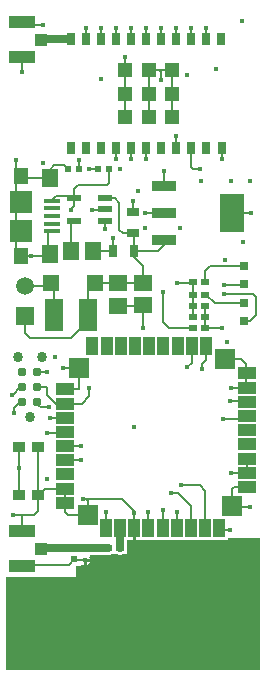
<source format=gtl>
G04 Layer_Physical_Order=1*
G04 Layer_Color=255*
%FSLAX24Y24*%
%MOIN*%
G70*
G01*
G75*
%ADD10R,0.0866X0.0413*%
%ADD11R,0.0394X0.0413*%
%ADD12R,0.0250X0.0200*%
%ADD13R,0.0600X0.0520*%
%ADD14R,0.0315X0.0315*%
%ADD15R,0.0197X0.0236*%
%ADD16R,0.0630X0.1070*%
%ADD17R,0.0400X0.0300*%
%ADD18R,0.0300X0.0400*%
%ADD19R,0.0560X0.0560*%
%ADD20R,0.0532X0.0157*%
%ADD21R,0.0551X0.0630*%
%ADD22R,0.0512X0.0571*%
%ADD23R,0.0748X0.0748*%
%ADD24C,0.0310*%
%ADD25R,0.0520X0.0600*%
%ADD26R,0.0220X0.0228*%
%ADD27R,0.0480X0.0220*%
%ADD28R,0.0846X0.0374*%
%ADD29R,0.0846X0.1280*%
%ADD30R,0.0394X0.0591*%
%ADD31R,0.0591X0.0394*%
%ADD32R,0.0591X0.0394*%
%ADD33R,0.0670X0.0670*%
%ADD34R,0.0315X0.0394*%
%ADD35R,0.0472X0.0472*%
%ADD36R,0.0394X0.0354*%
%ADD37C,0.0059*%
%ADD38C,0.0252*%
%ADD39C,0.0060*%
%ADD40C,0.0340*%
%ADD41R,0.0591X0.0591*%
%ADD42C,0.0591*%
%ADD43C,0.0157*%
G36*
X4465Y4473D02*
X7547D01*
Y4528D01*
X8617D01*
Y153D01*
X153D01*
Y3246D01*
X2470D01*
Y3611D01*
X2627D01*
Y3636D01*
X2677Y3657D01*
X2716Y3631D01*
X2735Y3627D01*
Y3799D01*
X2785D01*
Y3849D01*
X2958D01*
X2954Y3869D01*
X2918Y3922D01*
X2925Y3947D01*
X2938Y3972D01*
X3533D01*
X3622Y3990D01*
X3641Y4003D01*
X3841D01*
X3855Y3994D01*
X3943Y3976D01*
X4031Y3994D01*
X4044Y4003D01*
X4172D01*
Y4199D01*
X4173Y4207D01*
Y4473D01*
X4365D01*
Y4868D01*
X4465D01*
Y4473D01*
D02*
G37*
%LPC*%
G36*
X2958Y3749D02*
X2835D01*
Y3627D01*
X2855Y3631D01*
X2914Y3670D01*
X2954Y3729D01*
X2958Y3749D01*
D02*
G37*
%LPD*%
D10*
X689Y3602D02*
D03*
Y4764D02*
D03*
X689Y21732D02*
D03*
Y20571D02*
D03*
D11*
X1309Y4183D02*
D03*
X1309Y21152D02*
D03*
D12*
X6781Y11919D02*
D03*
X6368D02*
D03*
X6781Y12264D02*
D03*
X6368D02*
D03*
X6781Y11555D02*
D03*
X6368D02*
D03*
X3533Y4203D02*
D03*
X3947D02*
D03*
X6781Y12657D02*
D03*
X6368D02*
D03*
Y13091D02*
D03*
X6781D02*
D03*
D13*
X3878Y12287D02*
D03*
Y13041D02*
D03*
X4715Y12297D02*
D03*
Y13051D02*
D03*
D14*
X8091Y12372D02*
D03*
Y11782D02*
D03*
Y13602D02*
D03*
Y13012D02*
D03*
D15*
X3219Y16831D02*
D03*
X3573D02*
D03*
X2205D02*
D03*
X2559D02*
D03*
D16*
X1753Y11968D02*
D03*
X2864D02*
D03*
D17*
X4372Y15393D02*
D03*
Y14693D02*
D03*
D18*
X3692Y14117D02*
D03*
X4392D02*
D03*
D19*
X3100Y13032D02*
D03*
X1642D02*
D03*
D20*
X1683Y15787D02*
D03*
Y15532D02*
D03*
Y15276D02*
D03*
Y14764D02*
D03*
Y15020D02*
D03*
D21*
X1594Y16535D02*
D03*
Y14016D02*
D03*
D22*
X630Y13927D02*
D03*
X630Y16624D02*
D03*
D23*
X630Y14765D02*
D03*
X630Y15749D02*
D03*
D24*
X675Y10063D02*
D03*
X1175Y9063D02*
D03*
X675D02*
D03*
X1175Y9563D02*
D03*
Y10063D02*
D03*
X675Y9563D02*
D03*
D25*
X2293Y14114D02*
D03*
X3047D02*
D03*
D26*
X2416Y4203D02*
D03*
Y3825D02*
D03*
D27*
X2413Y15118D02*
D03*
Y15872D02*
D03*
X3445D02*
D03*
Y15492D02*
D03*
Y15118D02*
D03*
D28*
X5404Y15384D02*
D03*
Y16289D02*
D03*
Y14478D02*
D03*
D29*
X7687Y15384D02*
D03*
D30*
X5859Y10932D02*
D03*
X6305Y4868D02*
D03*
X5387Y10932D02*
D03*
X4442D02*
D03*
X5833Y4868D02*
D03*
X3497Y10932D02*
D03*
X6331D02*
D03*
X4914D02*
D03*
X6804D02*
D03*
X4888Y4868D02*
D03*
X3943D02*
D03*
X4415D02*
D03*
X3969Y10932D02*
D03*
X3024D02*
D03*
X7250Y4868D02*
D03*
X5360D02*
D03*
X6778D02*
D03*
X3470D02*
D03*
D31*
X2100Y6662D02*
D03*
X8163Y7664D02*
D03*
Y9081D02*
D03*
X2100Y8552D02*
D03*
Y7607D02*
D03*
X8163Y6719D02*
D03*
Y7191D02*
D03*
X2100Y8079D02*
D03*
Y7134D02*
D03*
Y9024D02*
D03*
X8163Y6246D02*
D03*
Y9554D02*
D03*
Y10026D02*
D03*
X2100Y9496D02*
D03*
X8163Y8136D02*
D03*
Y8609D02*
D03*
D32*
X2100Y6189D02*
D03*
Y5717D02*
D03*
D33*
X2884Y5297D02*
D03*
X2584Y10197D02*
D03*
X7434Y10497D02*
D03*
X7684Y5597D02*
D03*
D34*
X6800Y21165D02*
D03*
X6300D02*
D03*
X5800D02*
D03*
X5300D02*
D03*
X4800D02*
D03*
X4300D02*
D03*
X3800D02*
D03*
X3300D02*
D03*
X2800D02*
D03*
X2300D02*
D03*
X7300D02*
D03*
X7350Y17543D02*
D03*
X6800D02*
D03*
X6300D02*
D03*
X5800D02*
D03*
X5300D02*
D03*
X4792D02*
D03*
X4300D02*
D03*
X3800D02*
D03*
X3300D02*
D03*
X2800D02*
D03*
X2300D02*
D03*
D35*
X5686Y20142D02*
D03*
X4898D02*
D03*
X4111D02*
D03*
X5686Y19354D02*
D03*
Y18567D02*
D03*
X4898Y19354D02*
D03*
Y18567D02*
D03*
X4111D02*
D03*
Y19354D02*
D03*
D36*
X581Y7589D02*
D03*
Y5974D02*
D03*
X1211Y7589D02*
D03*
Y5974D02*
D03*
D37*
X5360Y4868D02*
X5374Y4882D01*
Y5472D01*
X4898Y18567D02*
Y19354D01*
X5686Y18567D02*
Y19354D01*
X4104Y18574D02*
Y20591D01*
Y18574D02*
X4111Y18567D01*
X1496Y8041D02*
X2060D01*
X2100Y8081D01*
X4898Y19354D02*
Y20142D01*
X6329Y13051D02*
X6368Y13012D01*
Y12657D02*
Y13012D01*
X7977Y10497D02*
X8150Y10325D01*
Y9987D02*
Y10325D01*
X2243Y3652D02*
X2416Y3825D01*
X689Y3652D02*
X2243D01*
X2215Y5305D02*
X2876D01*
X2100Y5420D02*
X2215Y5305D01*
X630D02*
X1073D01*
X364D02*
X630D01*
X1211Y5443D02*
Y5974D01*
X1073Y5305D02*
X1211Y5443D01*
X2800Y5846D02*
X4016D01*
X2707D02*
X2800D01*
X4016D02*
X4409Y5453D01*
Y5384D02*
Y5453D01*
X689Y4813D02*
Y5246D01*
X630Y5305D02*
X689Y5246D01*
X5866Y6053D02*
X6305Y5614D01*
X5650Y6053D02*
X5866D01*
X6305Y4868D02*
Y5614D01*
X6778Y4868D02*
Y6116D01*
X6594Y6299D02*
X6778Y6116D01*
X5965Y6299D02*
X6594D01*
X5837Y4872D02*
Y5404D01*
X7756Y6240D02*
X8169D01*
X1526Y14104D02*
Y14764D01*
X1348Y13927D02*
X1526Y14104D01*
X482Y15759D02*
Y16624D01*
Y17156D01*
X630Y13927D02*
X1348D01*
X1120Y10069D02*
X1520D01*
X472Y14085D02*
Y15749D01*
X2574Y9513D02*
Y10207D01*
X8041Y8514D02*
X8149Y8622D01*
X1120Y9568D02*
X1509D01*
X581Y5974D02*
Y7589D01*
X6781Y11555D02*
X7352D01*
X1673Y15797D02*
X1811Y15935D01*
X3100Y13032D02*
X4695D01*
X5364Y15384D02*
X5384Y15364D01*
X2876Y5305D02*
Y5771D01*
X2800Y5846D02*
X2876Y5771D01*
X2416Y3825D02*
X2442Y3799D01*
X2785D01*
X6181Y10226D02*
X6331Y10377D01*
Y10932D01*
X5561Y11555D02*
X6368D01*
X5364Y11752D02*
X5561Y11555D01*
X5364Y11752D02*
Y12746D01*
X6683Y10354D02*
X6804Y10475D01*
X6683Y10187D02*
Y10354D01*
X5856Y13051D02*
X6329D01*
X8130Y9114D02*
X8163Y9081D01*
X7598Y9114D02*
X8130D01*
X8146Y9537D02*
X8153Y9554D01*
X7648Y9537D02*
X8146D01*
X8153Y9554D02*
Y10026D01*
X6781Y11919D02*
Y12264D01*
Y11555D02*
Y11919D01*
X6368D02*
Y12264D01*
Y12657D01*
X7106Y12372D02*
X8091D01*
X6821Y12657D02*
X7106Y12372D01*
X6781Y12657D02*
X6821D01*
X6781Y13091D02*
Y13455D01*
X6929Y13602D01*
X4715Y11535D02*
Y12297D01*
X4705Y11526D02*
X4715Y11535D01*
X1803Y9024D02*
X2100D01*
X1509Y9318D02*
X1803Y9024D01*
X1509Y9318D02*
Y9568D01*
X2913Y9262D02*
Y9557D01*
X2676Y9024D02*
X2913Y9262D01*
X2100Y9024D02*
X2676D01*
X7648Y6693D02*
X8137D01*
X8163Y6719D01*
Y7191D01*
X2864Y11762D02*
Y11968D01*
X2303Y11201D02*
X2864Y11762D01*
X925Y11201D02*
X2303D01*
X758Y11368D02*
X925Y11201D01*
X758Y11368D02*
Y11949D01*
X5404Y14321D02*
Y14478D01*
X5199Y14117D02*
X5404Y14321D01*
X4392Y14117D02*
X5199D01*
X4715Y13051D02*
Y13593D01*
X4392Y13915D02*
X4715Y13593D01*
X4392Y13915D02*
Y14117D01*
X4372Y14693D02*
X4392Y14673D01*
Y14117D02*
Y14673D01*
X3878Y12287D02*
X4705D01*
X7684Y6168D02*
X7756Y6240D01*
X7684Y5597D02*
Y6168D01*
X7434Y10497D02*
X7977D01*
X6804Y10475D02*
Y10932D01*
X1811Y15935D02*
X2350D01*
X2413Y15612D02*
Y15872D01*
X2303Y15502D02*
X2413Y15612D01*
X2303Y15482D02*
Y15502D01*
X1594Y16811D02*
X1742Y16959D01*
X1594Y16535D02*
Y16811D01*
X719Y16535D02*
X1437D01*
X1742Y16959D02*
X2077D01*
X2205Y16831D01*
X482Y16624D02*
X630D01*
X719Y16535D01*
X472Y14085D02*
X630Y13927D01*
X2350Y15935D02*
X2413Y15872D01*
X3573Y16368D02*
Y16831D01*
X3504Y16299D02*
X3573Y16368D01*
X2549Y16299D02*
X3504D01*
X6358Y16850D02*
X6614D01*
X6300Y16909D02*
X6358Y16850D01*
X6300Y16909D02*
Y17543D01*
X2413Y15872D02*
Y16163D01*
X2549Y16299D01*
X3511Y4196D02*
X3514Y4193D01*
X3445Y14843D02*
Y15118D01*
X3445Y15118D01*
X3445Y15118D01*
X4047Y14693D02*
X4372D01*
X3917Y14823D02*
X4047Y14693D01*
X3917Y14823D02*
Y15718D01*
X3764Y15872D02*
X3917Y15718D01*
X3445Y15872D02*
X3764D01*
X3435Y15482D02*
X3445Y15492D01*
X3012Y15482D02*
X3435D01*
X3799Y17543D02*
X3800Y17543D01*
X3799Y17165D02*
Y17543D01*
X2559Y16831D02*
X2559Y16831D01*
Y17136D01*
X2913Y16831D02*
X3219D01*
X2864Y12854D02*
X3041Y13031D01*
X2864Y11968D02*
Y12854D01*
X2100Y5420D02*
Y6189D01*
X4774Y15384D02*
X5364D01*
X423Y8871D02*
X620Y9068D01*
X423Y8720D02*
Y8871D01*
X373Y9321D02*
X620Y9568D01*
X344Y9321D02*
X373D01*
X8169Y6240D02*
X8209Y6200D01*
X7691Y5591D02*
X8287D01*
X7684Y5597D02*
X7691Y5591D01*
X6305Y4868D02*
X6309Y4872D01*
X5295Y19823D02*
Y20089D01*
X5242Y20142D02*
X5295Y20089D01*
X5833Y4868D02*
X5837Y4872D01*
X4800Y21165D02*
Y21555D01*
X5797Y17953D02*
X5800Y17950D01*
Y17543D02*
Y17950D01*
X3474Y4872D02*
Y5394D01*
X2091Y8543D02*
X2100Y8552D01*
X1604Y8543D02*
X2091D01*
X5394Y16299D02*
X5404Y16289D01*
X5394Y16299D02*
Y16762D01*
X4409Y5384D02*
X4415Y5378D01*
Y4868D02*
Y5378D01*
X2557Y9496D02*
X2574Y9513D01*
X2100Y9496D02*
X2557D01*
X2047Y10207D02*
X2574D01*
X1520Y10069D02*
X1520Y10069D01*
X1753Y11968D02*
Y12921D01*
X472Y15749D02*
X482Y15759D01*
X3690Y14114D02*
X3711Y14135D01*
X3047Y14114D02*
X3690D01*
X3711Y14135D02*
Y14547D01*
X2293Y14114D02*
Y14998D01*
X2413Y15118D01*
X4370Y15787D02*
X4372Y15785D01*
Y15393D02*
Y15785D01*
X4898Y20142D02*
X5242D01*
X5686D01*
X6300Y21165D02*
Y21546D01*
X5807Y21172D02*
Y21545D01*
X5800Y21165D02*
X5807Y21172D01*
X2100Y7134D02*
X2636D01*
X2100Y7607D02*
X2656D01*
X2657Y7608D01*
X5686Y19354D02*
Y20142D01*
X7411Y12972D02*
X8051D01*
X8091Y13012D01*
Y12372D02*
Y12443D01*
Y11782D02*
X8287D01*
X8465Y11959D01*
Y12579D01*
X8366Y12677D02*
X8465Y12579D01*
X7411Y12677D02*
X8366D01*
X6929Y13602D02*
X7363D01*
X7365Y13601D01*
X7537D01*
X7539Y13602D01*
X8091D01*
X4888Y4868D02*
Y5378D01*
X4862Y5404D02*
X4888Y5378D01*
X7372Y8514D02*
X8041D01*
X7250Y4823D02*
X7608D01*
X4793Y17175D02*
Y17542D01*
X4792Y17543D02*
X4793Y17542D01*
X4301Y17175D02*
Y17542D01*
X4300Y17543D02*
X4301Y17542D01*
X1250Y8947D02*
X1299Y8898D01*
X1575D01*
X1642Y13032D02*
X1753Y12921D01*
X758Y12949D02*
X1559D01*
X1642Y13032D01*
X1426Y6189D02*
X2100D01*
X1212Y5976D02*
X1426Y6189D01*
X1211Y7589D02*
X1212Y7587D01*
Y5976D02*
Y7587D01*
D38*
X1309Y4203D02*
X2416D01*
X1299Y21191D02*
X2293D01*
X2416Y4203D02*
X3533D01*
X3943Y4207D02*
Y4868D01*
D39*
X5384Y15364D02*
X5404Y15384D01*
X7687D02*
X8317D01*
X690Y21638D02*
X1354D01*
X689Y20069D02*
Y20475D01*
X4300Y21165D02*
Y21554D01*
X3800Y21165D02*
Y21554D01*
X2800Y21165D02*
Y21550D01*
X7350Y17178D02*
Y17543D01*
X3297Y21555D02*
X3300Y21552D01*
Y21165D02*
Y21552D01*
X5300Y21165D02*
X5305Y21170D01*
Y21555D01*
X6800Y21544D02*
X6801Y21545D01*
X6800Y21165D02*
Y21544D01*
D40*
X1325Y10563D02*
D03*
X525D02*
D03*
X925Y8563D02*
D03*
D41*
X758Y11949D02*
D03*
D42*
Y12949D02*
D03*
D43*
X4409Y8248D02*
D03*
X5374Y5472D02*
D03*
X1496Y8041D02*
D03*
X364Y5305D02*
D03*
X5650Y6053D02*
D03*
X5965Y6299D02*
D03*
X5837Y5404D02*
D03*
X2785Y3799D02*
D03*
X591Y6860D02*
D03*
X6181Y10226D02*
D03*
X6683Y10187D02*
D03*
X7520Y11063D02*
D03*
X7352Y11535D02*
D03*
X7598Y9114D02*
D03*
X7648Y9537D02*
D03*
X1516Y6516D02*
D03*
X5364Y12746D02*
D03*
X4705Y11526D02*
D03*
X4104Y20591D02*
D03*
X4862Y5404D02*
D03*
X7648Y6693D02*
D03*
X7411Y12972D02*
D03*
X7451Y13809D02*
D03*
X1762Y10591D02*
D03*
X2913Y9557D02*
D03*
X2303Y15482D02*
D03*
X1388Y17047D02*
D03*
X3445Y14843D02*
D03*
X3012Y15482D02*
D03*
X3799Y17165D02*
D03*
X4528Y16122D02*
D03*
X3937Y16831D02*
D03*
X2559Y17136D02*
D03*
X2913Y16831D02*
D03*
X5955Y14862D02*
D03*
X8287Y16437D02*
D03*
X7608Y4823D02*
D03*
X4774Y14862D02*
D03*
Y15384D02*
D03*
X6634Y16427D02*
D03*
X6614Y16850D02*
D03*
X344Y9321D02*
D03*
X423Y8720D02*
D03*
X2638Y7136D02*
D03*
X2657Y7608D02*
D03*
X2707Y5846D02*
D03*
X8287Y5591D02*
D03*
X4800Y21555D02*
D03*
X5797Y17953D02*
D03*
X7628Y16437D02*
D03*
X3474Y5394D02*
D03*
X1604Y8543D02*
D03*
X5394Y16762D02*
D03*
X5295Y19823D02*
D03*
X4409Y5384D02*
D03*
X3297Y19852D02*
D03*
X2047Y10207D02*
D03*
X1520Y10069D02*
D03*
X482Y17156D02*
D03*
X3711Y14547D02*
D03*
X974Y13927D02*
D03*
X4370Y15787D02*
D03*
X8317Y15384D02*
D03*
X1358Y21634D02*
D03*
X689Y20069D02*
D03*
X4301Y21555D02*
D03*
X3799D02*
D03*
X2805D02*
D03*
X7352Y17175D02*
D03*
X4793D02*
D03*
X4301D02*
D03*
X3297Y21555D02*
D03*
X5305D02*
D03*
X6801Y21545D02*
D03*
X1575Y8898D02*
D03*
X8022Y21781D02*
D03*
X6309Y21555D02*
D03*
X5807Y21545D02*
D03*
X6170Y19970D02*
D03*
X7146Y20187D02*
D03*
X8041Y14419D02*
D03*
X7411Y12677D02*
D03*
X5856Y13051D02*
D03*
X7372Y8514D02*
D03*
M02*

</source>
